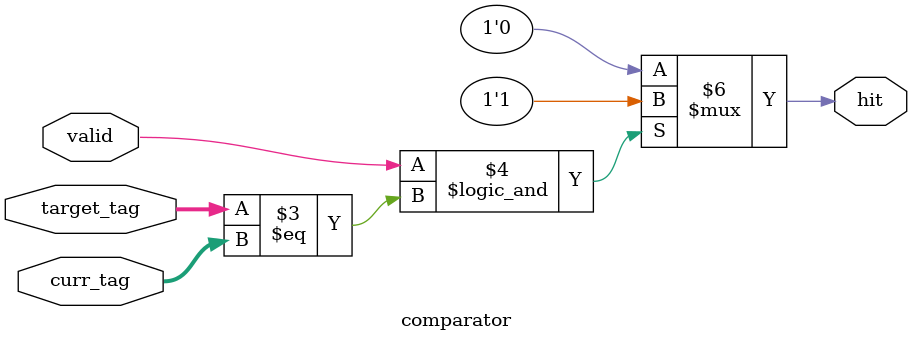
<source format=sv>
module comparator #(parameter width = 24)
(
	input [width-1:0] target_tag, curr_tag,
	input logic valid,
	output logic hit
);
always_comb begin
	if (valid==1&&target_tag==curr_tag) begin
		hit=1'b1;
	end
	else begin
		hit=1'b0;
	end
end
endmodule: comparator

</source>
